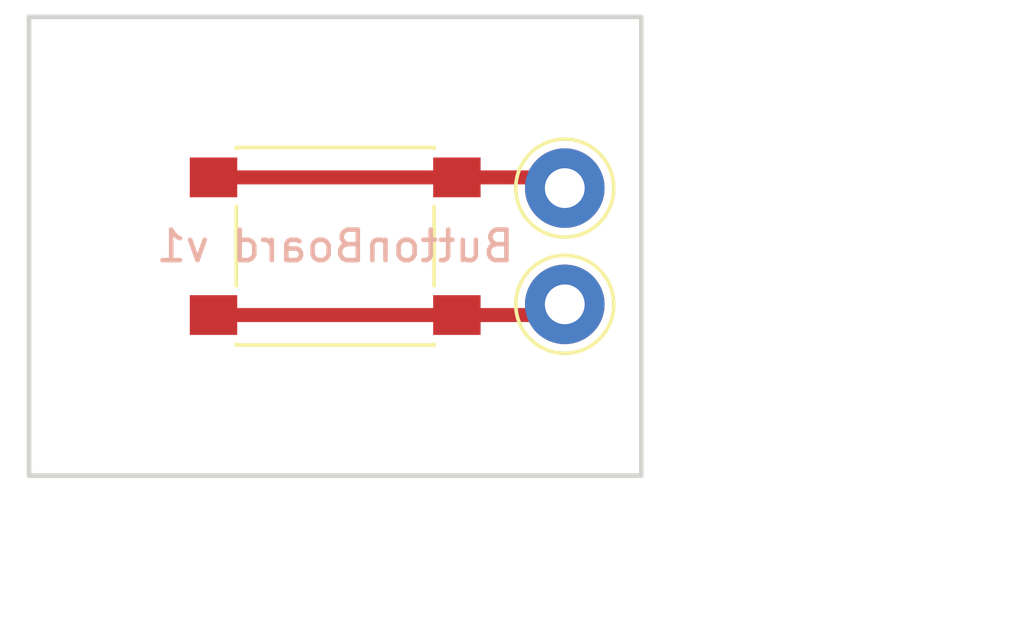
<source format=kicad_pcb>
(kicad_pcb (version 20211014) (generator pcbnew)
  (title_block (title "ButtonBoard") (date "2022-03-13") (rev "v1"))
  (layers (0 "F.Cu" signal) (31 "B.Cu" signal) (34 "B.Paste" user) (35 "F.Paste" user) (36 "B.SilkS" user "B.Silkscreen") (37 "F.SilkS" user "F.Silkscreen") (38 "B.Mask" user) (39 "F.Mask" user) (44 "Edge.Cuts" user))
  (net 0 "")
  (net 1 "Net-(J1-Pad1)")
  (net 2 "Net-(J2-Pad1)")
  (footprint "Connector_Pin:Pin_D1.3mm_L11.0mm" (layer "F.Cu") (at 152.4 88.8)
    (fp_text reference "J1" hide)
    (fp_text value "PAD" hide)
    (fp_circle (center 0 0) (end 1.6 0.05) (layer "F.SilkS") (width 0.12) (fill none))
    (pad "1" thru_hole circle (at 0 0) (size 2.6 2.6) (drill 1.3) (layers *.Cu *.Mask) (net 1 "Net-(J1-Pad1)"))
  )
  (footprint "Button_Switch_SMD:SW_Push_1P1T_NO_6x6mm_H9.5mm" (layer "F.Cu") (at 144.9 90.7)
    (fp_text reference "SW1" hide)
    (fp_text value "SW_Push" hide)
    (fp_line (start -3.23 3.23) (end -3.23 3.2) (layer "F.SilkS") (width 0.12))
    (fp_line (start -3.23 -3.2) (end -3.23 -3.23) (layer "F.SilkS") (width 0.12))
    (fp_line (start 3.23 -3.23) (end 3.23 -3.2) (layer "F.SilkS") (width 0.12))
    (fp_line (start 3.23 3.23) (end 3.23 3.2) (layer "F.SilkS") (width 0.12))
    (fp_line (start -3.23 3.23) (end 3.23 3.23) (layer "F.SilkS") (width 0.12))
    (fp_line (start 3.23 -1.3) (end 3.23 1.3) (layer "F.SilkS") (width 0.12))
    (fp_line (start -3.23 -3.23) (end 3.23 -3.23) (layer "F.SilkS") (width 0.12))
    (fp_line (start -3.23 -1.3) (end -3.23 1.3) (layer "F.SilkS") (width 0.12))
    (pad "1" smd rect (at 3.975 -2.25) (size 1.55 1.3) (layers "F.Cu" "F.Paste" "F.Mask") (net 1 "Net-(J1-Pad1)"))
    (pad "1" smd rect (at -3.975 -2.25) (size 1.55 1.3) (layers "F.Cu" "F.Paste" "F.Mask") (net 1 "Net-(J1-Pad1)"))
    (pad "2" smd rect (at -3.975 2.25) (size 1.55 1.3) (layers "F.Cu" "F.Paste" "F.Mask") (net 2 "Net-(J2-Pad1)"))
    (pad "2" smd rect (at 3.975 2.25) (size 1.55 1.3) (layers "F.Cu" "F.Paste" "F.Mask") (net 2 "Net-(J2-Pad1)"))
  )
  (footprint "Connector_Pin:Pin_D1.3mm_L11.0mm" (layer "F.Cu") (at 152.4 92.6)
    (fp_text reference "J2" hide)
    (fp_text value "PAD" hide)
    (fp_circle (center 0 0) (end 1.6 0.05) (layer "F.SilkS") (width 0.12) (fill none))
    (pad "1" thru_hole circle (at 0 0) (size 2.6 2.6) (drill 1.3) (layers *.Cu *.Mask) (net 2 "Net-(J2-Pad1)"))
  )
  (gr_rect (start 134.9 83.2) (end 154.9 98.2) (layer "Edge.Cuts") (width 0.15) (fill none))
  (gr_text "ButtonBoard v1" (at 144.9 90.7) (layer "B.SilkS") (effects (font (size 1 1)) (justify mirror)))
  (segment (start 152.05 88.45) (end 152.4 88.8) (width 0.2032) (layer "F.Cu") (net 1))
  (segment (start 140.925 88.45) (end 148.875 88.45) (width 0.4572) (layer "F.Cu") (net 1))
  (segment (start 148.875 88.45) (end 152.05 88.45) (width 0.4572) (layer "F.Cu") (net 1))
  (segment (start 152.05 92.95) (end 152.4 92.6) (width 0.2032) (layer "F.Cu") (net 2))
  (segment (start 148.875 92.95) (end 152.05 92.95) (width 0.4572) (layer "F.Cu") (net 2))
  (segment (start 140.925 92.95) (end 148.875 92.95) (width 0.4572) (layer "F.Cu") (net 2))
)
</source>
